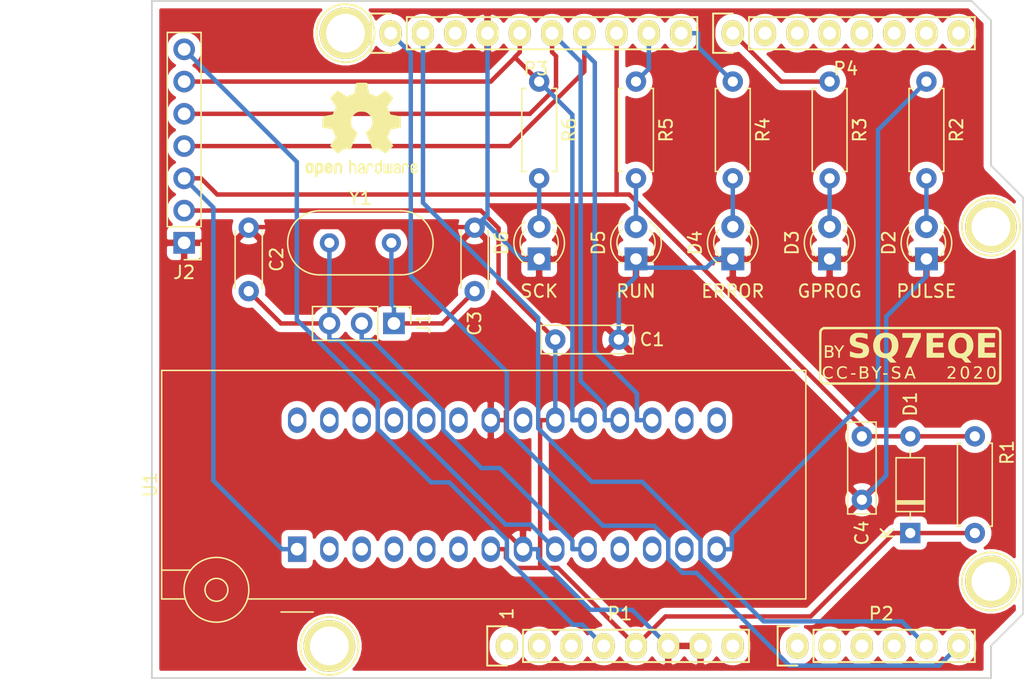
<source format=kicad_pcb>
(kicad_pcb (version 20171130) (host pcbnew 5.1.5+dfsg1-2build2)
  (title_block (title "PSmod1203 PCB") (date 2020-12-28) (rev 1.0) (company "MSc Paweł Sobótka") (comment 1 CC-BY-SA) (comment 2 "by SQ7EQE") (comment 3 "Arduino Uno ATmega328P programmer shield"))
  (layers (0 F.Cu signal) (31 B.Cu signal) (34 B.Paste user) (35 F.Paste user) (36 B.SilkS user) (37 F.SilkS user) (38 B.Mask user) (39 F.Mask user) (44 Edge.Cuts user))
  (net 0 "")
  (net 1 /IOREF)
  (net 2 /Reset)
  (net 3 +5V)
  (net 4 GND)
  (net 5 /Vin)
  (net 6 /A0)
  (net 7 /A1)
  (net 8 /A2)
  (net 9 /A3)
  (net 10 /AREF)
  (net 11 "/A4(SDA)")
  (net 12 "/A5(SCL)")
  (net 13 "/9(**)")
  (net 14 /8)
  (net 15 /7)
  (net 16 "/6(**)")
  (net 17 "/5(**)")
  (net 18 /4)
  (net 19 "/3(**)")
  (net 20 /2)
  (net 21 "/1(Tx)")
  (net 22 "/0(Rx)")
  (net 23 "Net-(P5-Pad1)")
  (net 24 "Net-(P6-Pad1)")
  (net 25 "Net-(P7-Pad1)")
  (net 26 "Net-(P8-Pad1)")
  (net 27 "/13(SCK)")
  (net 28 "Net-(P1-Pad1)")
  (net 29 +3V3)
  (net 30 "/12(MISO)")
  (net 31 /XTAL1)
  (net 32 "Net-(C3-Pad2)")
  (net 33 "/10(SS)")
  (net 34 "Net-(D2-Pad2)")
  (net 35 "Net-(D3-Pad2)")
  (net 36 "Net-(D4-Pad2)")
  (net 37 "Net-(D5-Pad2)")
  (net 38 "Net-(D6-Pad2)")
  (net 39 /XTAL2)
  (net 40 "/11(MOSI)")
  (net 41 /led0)
  (net 42 "Net-(U1-Pad15)")
  (net 43 "Net-(U1-Pad2)")
  (net 44 "Net-(U1-Pad16)")
  (net 45 "Net-(U1-Pad3)")
  (net 46 "Net-(U1-Pad4)")
  (net 47 "Net-(U1-Pad5)")
  (net 48 "Net-(U1-Pad6)")
  (net 49 "Net-(U1-Pad21)")
  (net 50 "Net-(U1-Pad23)")
  (net 51 "Net-(U1-Pad24)")
  (net 52 "Net-(U1-Pad11)")
  (net 53 "Net-(U1-Pad25)")
  (net 54 "Net-(U1-Pad12)")
  (net 55 "Net-(U1-Pad26)")
  (net 56 "Net-(U1-Pad13)")
  (net 57 "Net-(U1-Pad27)")
  (net 58 "Net-(U1-Pad28)")
  (module Symbol:OSHW-Logo2_9.8x8mm_SilkScreen (layer F.Cu) (at 127.508 83.185)
    (fp_text reference LOGO1 hide)
    (fp_text value Logo_Open_Hardware_Large hide)
  )
  (module logo-sq7eqe:cc-by-sa (layer F.Cu) (at 170.688 100.965)
    (fp_text reference G1 hide)
    (fp_text value CC-BY-SA hide)
  )
  (module Socket:DIP_Socket-28_W6.9_W7.62_W10.16_W12.7_W13.5_3M_228-4817-00-0602J (layer F.Cu) (at 122.428 116.205 90)
    (fp_text reference U1 (at 5.08 -11.56 90) (layer F.SilkS))
    (fp_text value ATmega328P-PU)
    (pad 15 thru_hole oval (at 10.16 33.02 90) (size 2 1.44) (drill 1) (layers *.Cu *.Mask) (net 42 "Net-(U1-Pad15)"))
    (pad 14 thru_hole oval (at 0 33.02 90) (size 2 1.44) (drill 1) (layers *.Cu *.Mask) (net 41 /led0))
    (pad 16 thru_hole oval (at 10.16 30.48 90) (size 2 1.44) (drill 1) (layers *.Cu *.Mask) (net 44 "Net-(U1-Pad16)"))
    (pad 13 thru_hole oval (at 0 30.48 90) (size 2 1.44) (drill 1) (layers *.Cu *.Mask) (net 56 "Net-(U1-Pad13)"))
    (pad 17 thru_hole oval (at 10.16 27.94 90) (size 2 1.44) (drill 1) (layers *.Cu *.Mask) (net 40 "/11(MOSI)"))
    (pad 12 thru_hole oval (at 0 27.94 90) (size 2 1.44) (drill 1) (layers *.Cu *.Mask) (net 54 "Net-(U1-Pad12)"))
    (pad 18 thru_hole oval (at 10.16 25.4 90) (size 2 1.44) (drill 1) (layers *.Cu *.Mask) (net 30 "/12(MISO)"))
    (pad 11 thru_hole oval (at 0 25.4 90) (size 2 1.44) (drill 1) (layers *.Cu *.Mask) (net 52 "Net-(U1-Pad11)"))
    (pad 19 thru_hole oval (at 10.16 22.86 90) (size 2 1.44) (drill 1) (layers *.Cu *.Mask) (net 27 "/13(SCK)"))
    (pad 10 thru_hole oval (at 0 22.86 90) (size 2 1.44) (drill 1) (layers *.Cu *.Mask) (net 39 /XTAL2))
    (pad 20 thru_hole oval (at 10.16 20.32 90) (size 2 1.44) (drill 1) (layers *.Cu *.Mask) (net 3 +5V))
    (pad 9 thru_hole oval (at 0 20.32 90) (size 2 1.44) (drill 1) (layers *.Cu *.Mask) (net 31 /XTAL1))
    (pad 21 thru_hole oval (at 10.16 17.78 90) (size 2 1.44) (drill 1) (layers *.Cu *.Mask) (net 49 "Net-(U1-Pad21)"))
    (pad 8 thru_hole oval (at 0 17.78 90) (size 2 1.44) (drill 1) (layers *.Cu *.Mask) (net 4 GND))
    (pad 22 thru_hole oval (at 10.16 15.24 90) (size 2 1.44) (drill 1) (layers *.Cu *.Mask) (net 4 GND))
    (pad 7 thru_hole oval (at 0 15.24 90) (size 2 1.44) (drill 1) (layers *.Cu *.Mask) (net 3 +5V))
    (pad 23 thru_hole oval (at 10.16 12.7 90) (size 2 1.44) (drill 1) (layers *.Cu *.Mask) (net 50 "Net-(U1-Pad23)"))
    (pad 6 thru_hole oval (at 0 12.7 90) (size 2 1.44) (drill 1) (layers *.Cu *.Mask) (net 48 "Net-(U1-Pad6)"))
    (pad 24 thru_hole oval (at 10.16 10.16 90) (size 2 1.44) (drill 1) (layers *.Cu *.Mask) (net 51 "Net-(U1-Pad24)"))
    (pad 5 thru_hole oval (at 0 10.16 90) (size 2 1.44) (drill 1) (layers *.Cu *.Mask) (net 47 "Net-(U1-Pad5)"))
    (pad 25 thru_hole oval (at 10.16 7.62 90) (size 2 1.44) (drill 1) (layers *.Cu *.Mask) (net 53 "Net-(U1-Pad25)"))
    (pad 4 thru_hole oval (at 0 7.62 90) (size 2 1.44) (drill 1) (layers *.Cu *.Mask) (net 46 "Net-(U1-Pad4)"))
    (pad 26 thru_hole oval (at 10.16 5.08 90) (size 2 1.44) (drill 1) (layers *.Cu *.Mask) (net 55 "Net-(U1-Pad26)"))
    (pad 3 thru_hole oval (at 0 5.08 90) (size 2 1.44) (drill 1) (layers *.Cu *.Mask) (net 45 "Net-(U1-Pad3)"))
    (pad 27 thru_hole oval (at 10.16 2.54 90) (size 2 1.44) (drill 1) (layers *.Cu *.Mask) (net 57 "Net-(U1-Pad27)"))
    (pad 2 thru_hole oval (at 0 2.54 90) (size 2 1.44) (drill 1) (layers *.Cu *.Mask) (net 43 "Net-(U1-Pad2)"))
    (pad 28 thru_hole oval (at 10.16 0 90) (size 2 1.44) (drill 1) (layers *.Cu *.Mask) (net 58 "Net-(U1-Pad28)"))
    (pad 1 thru_hole rect (at 0 0 90) (size 2 1.44) (drill 1) (layers *.Cu *.Mask) (net 33 "/10(SS)"))
  )
  (module Socket_Arduino_Uno:Socket_Strip_Arduino_1x08 (layer F.Cu) (at 138.938 123.825)
    (fp_text reference P1 (at 8.89 -2.54) (layer F.SilkS))
    (fp_text value Power)
    (pad 1 thru_hole oval (at 0 0) (size 1.7272 2.032) (drill 1.016) (layers *.Cu *.Mask F.SilkS) (net 28 "Net-(P1-Pad1)"))
    (pad 2 thru_hole oval (at 2.54 0) (size 1.7272 2.032) (drill 1.016) (layers *.Cu *.Mask F.SilkS) (net 1 /IOREF))
    (pad 3 thru_hole oval (at 5.08 0) (size 1.7272 2.032) (drill 1.016) (layers *.Cu *.Mask F.SilkS) (net 2 /Reset))
    (pad 4 thru_hole oval (at 7.62 0) (size 1.7272 2.032) (drill 1.016) (layers *.Cu *.Mask F.SilkS) (net 29 +3V3))
    (pad 5 thru_hole oval (at 10.16 0) (size 1.7272 2.032) (drill 1.016) (layers *.Cu *.Mask F.SilkS) (net 3 +5V))
    (pad 6 thru_hole oval (at 12.7 0) (size 1.7272 2.032) (drill 1.016) (layers *.Cu *.Mask F.SilkS) (net 4 GND))
    (pad 7 thru_hole oval (at 15.24 0) (size 1.7272 2.032) (drill 1.016) (layers *.Cu *.Mask F.SilkS) (net 4 GND))
    (pad 8 thru_hole oval (at 17.78 0) (size 1.7272 2.032) (drill 1.016) (layers *.Cu *.Mask F.SilkS) (net 5 /Vin))
  )
  (module Socket_Arduino_Uno:Socket_Strip_Arduino_1x06 (layer F.Cu) (at 161.798 123.825)
    (fp_text reference P2 (at 6.604 -2.54) (layer F.SilkS))
    (fp_text value Analog)
    (pad 1 thru_hole oval (at 0 0) (size 1.7272 2.032) (drill 1.016) (layers *.Cu *.Mask F.SilkS) (net 6 /A0))
    (pad 2 thru_hole oval (at 2.54 0) (size 1.7272 2.032) (drill 1.016) (layers *.Cu *.Mask F.SilkS) (net 7 /A1))
    (pad 3 thru_hole oval (at 5.08 0) (size 1.7272 2.032) (drill 1.016) (layers *.Cu *.Mask F.SilkS) (net 8 /A2))
    (pad 4 thru_hole oval (at 7.62 0) (size 1.7272 2.032) (drill 1.016) (layers *.Cu *.Mask F.SilkS) (net 9 /A3))
    (pad 5 thru_hole oval (at 10.16 0) (size 1.7272 2.032) (drill 1.016) (layers *.Cu *.Mask F.SilkS) (net 11 "/A4(SDA)"))
    (pad 6 thru_hole oval (at 12.7 0) (size 1.7272 2.032) (drill 1.016) (layers *.Cu *.Mask F.SilkS) (net 12 "/A5(SCL)"))
  )
  (module Socket_Arduino_Uno:Socket_Strip_Arduino_1x10 (layer F.Cu) (at 129.794 75.565)
    (fp_text reference P3 (at 11.43 2.794) (layer F.SilkS))
    (fp_text value Digital)
    (pad 1 thru_hole oval (at 0 0) (size 1.7272 2.032) (drill 1.016) (layers *.Cu *.Mask F.SilkS) (net 12 "/A5(SCL)"))
    (pad 2 thru_hole oval (at 2.54 0) (size 1.7272 2.032) (drill 1.016) (layers *.Cu *.Mask F.SilkS) (net 11 "/A4(SDA)"))
    (pad 3 thru_hole oval (at 5.08 0) (size 1.7272 2.032) (drill 1.016) (layers *.Cu *.Mask F.SilkS) (net 10 /AREF))
    (pad 4 thru_hole oval (at 7.62 0) (size 1.7272 2.032) (drill 1.016) (layers *.Cu *.Mask F.SilkS) (net 4 GND))
    (pad 5 thru_hole oval (at 10.16 0) (size 1.7272 2.032) (drill 1.016) (layers *.Cu *.Mask F.SilkS) (net 27 "/13(SCK)"))
    (pad 6 thru_hole oval (at 12.7 0) (size 1.7272 2.032) (drill 1.016) (layers *.Cu *.Mask F.SilkS) (net 30 "/12(MISO)"))
    (pad 7 thru_hole oval (at 15.24 0) (size 1.7272 2.032) (drill 1.016) (layers *.Cu *.Mask F.SilkS) (net 40 "/11(MOSI)"))
    (pad 8 thru_hole oval (at 17.78 0) (size 1.7272 2.032) (drill 1.016) (layers *.Cu *.Mask F.SilkS) (net 33 "/10(SS)"))
    (pad 9 thru_hole oval (at 20.32 0) (size 1.7272 2.032) (drill 1.016) (layers *.Cu *.Mask F.SilkS) (net 13 "/9(**)"))
    (pad 10 thru_hole oval (at 22.86 0) (size 1.7272 2.032) (drill 1.016) (layers *.Cu *.Mask F.SilkS) (net 14 /8))
  )
  (module Socket_Arduino_Uno:Socket_Strip_Arduino_1x08 (layer F.Cu) (at 156.718 75.565)
    (fp_text reference P4 (at 8.89 2.794) (layer F.SilkS))
    (fp_text value Digital)
    (pad 1 thru_hole oval (at 0 0) (size 1.7272 2.032) (drill 1.016) (layers *.Cu *.Mask F.SilkS) (net 15 /7))
    (pad 2 thru_hole oval (at 2.54 0) (size 1.7272 2.032) (drill 1.016) (layers *.Cu *.Mask F.SilkS) (net 16 "/6(**)"))
    (pad 3 thru_hole oval (at 5.08 0) (size 1.7272 2.032) (drill 1.016) (layers *.Cu *.Mask F.SilkS) (net 17 "/5(**)"))
    (pad 4 thru_hole oval (at 7.62 0) (size 1.7272 2.032) (drill 1.016) (layers *.Cu *.Mask F.SilkS) (net 18 /4))
    (pad 5 thru_hole oval (at 10.16 0) (size 1.7272 2.032) (drill 1.016) (layers *.Cu *.Mask F.SilkS) (net 19 "/3(**)"))
    (pad 6 thru_hole oval (at 12.7 0) (size 1.7272 2.032) (drill 1.016) (layers *.Cu *.Mask F.SilkS) (net 20 /2))
    (pad 7 thru_hole oval (at 15.24 0) (size 1.7272 2.032) (drill 1.016) (layers *.Cu *.Mask F.SilkS) (net 21 "/1(Tx)"))
    (pad 8 thru_hole oval (at 17.78 0) (size 1.7272 2.032) (drill 1.016) (layers *.Cu *.Mask F.SilkS) (net 22 "/0(Rx)"))
  )
  (module Socket_Arduino_Uno:Arduino_1pin (layer F.Cu) (at 124.968 123.825)
    (fp_text reference P5 hide)
    (fp_text value CONN_01X01 hide)
    (pad 1 thru_hole circle (at 0 0) (size 4.064 4.064) (drill 3.048) (layers *.Cu *.Mask F.SilkS) (net 23 "Net-(P5-Pad1)"))
  )
  (module Socket_Arduino_Uno:Arduino_1pin (layer F.Cu) (at 177.038 118.745)
    (fp_text reference P6 hide)
    (fp_text value CONN_01X01 hide)
    (pad 1 thru_hole circle (at 0 0) (size 4.064 4.064) (drill 3.048) (layers *.Cu *.Mask F.SilkS) (net 24 "Net-(P6-Pad1)"))
  )
  (module Socket_Arduino_Uno:Arduino_1pin (layer F.Cu) (at 126.238 75.565)
    (fp_text reference P7 hide)
    (fp_text value CONN_01X01 hide)
    (pad 1 thru_hole circle (at 0 0) (size 4.064 4.064) (drill 3.048) (layers *.Cu *.Mask F.SilkS) (net 25 "Net-(P7-Pad1)"))
  )
  (module Socket_Arduino_Uno:Arduino_1pin (layer F.Cu) (at 177.038 90.805)
    (fp_text reference P8 hide)
    (fp_text value CONN_01X01 hide)
    (pad 1 thru_hole circle (at 0 0) (size 4.064 4.064) (drill 3.048) (layers *.Cu *.Mask F.SilkS) (net 26 "Net-(P8-Pad1)"))
  )
  (module Capacitor_THT:C_Rect_L7.0mm_W2.0mm_P5.00mm (layer F.Cu) (at 147.748 99.695 180)
    (fp_text reference C1 (at -2.62 0) (layer F.SilkS))
    (fp_text value 100n)
    (pad 2 thru_hole circle (at 5 0 180) (size 1.6 1.6) (drill 0.8) (layers *.Cu *.Mask) (net 3 +5V))
    (pad 1 thru_hole circle (at 0 0 180) (size 1.6 1.6) (drill 0.8) (layers *.Cu *.Mask) (net 4 GND))
  )
  (module Capacitor_THT:C_Disc_D4.3mm_W1.9mm_P5.00mm (layer F.Cu) (at 118.618 90.885 270)
    (fp_text reference C2 (at 2.5 -2.2 90) (layer F.SilkS))
    (fp_text value 22p)
    (pad 1 thru_hole circle (at 0 0 270) (size 1.6 1.6) (drill 0.8) (layers *.Cu *.Mask) (net 4 GND))
    (pad 2 thru_hole circle (at 5 0 270) (size 1.6 1.6) (drill 0.8) (layers *.Cu *.Mask) (net 31 /XTAL1))
  )
  (module Capacitor_THT:C_Disc_D4.3mm_W1.9mm_P5.00mm (layer F.Cu) (at 136.398 90.885 270)
    (fp_text reference C3 (at 7.54 0 90) (layer F.SilkS))
    (fp_text value 22p)
    (pad 2 thru_hole circle (at 5 0 270) (size 1.6 1.6) (drill 0.8) (layers *.Cu *.Mask) (net 32 "Net-(C3-Pad2)"))
    (pad 1 thru_hole circle (at 0 0 270) (size 1.6 1.6) (drill 0.8) (layers *.Cu *.Mask) (net 4 GND))
  )
  (module Capacitor_THT:C_Rect_L7.0mm_W2.0mm_P5.00mm (layer F.Cu) (at 166.878 107.315 270)
    (fp_text reference C4 (at 7.62 0 90) (layer F.SilkS))
    (fp_text value 100n)
    (pad 1 thru_hole circle (at 0 0 270) (size 1.6 1.6) (drill 0.8) (layers *.Cu *.Mask) (net 33 "/10(SS)"))
    (pad 2 thru_hole circle (at 5 0 270) (size 1.6 1.6) (drill 0.8) (layers *.Cu *.Mask) (net 4 GND))
  )
  (module Diode_THT:D_DO-35_SOD27_P7.62mm_Horizontal (layer F.Cu) (at 170.688 114.935 90)
    (fp_text reference D1 (at 10.16 0 90) (layer F.SilkS))
    (fp_text value 1N4148)
    (fp_text user K (at 0 -1.8 90) (layer F.SilkS))
    (pad 1 thru_hole rect (at 0 0 90) (size 1.6 1.6) (drill 0.8) (layers *.Cu *.Mask) (net 3 +5V))
    (pad 2 thru_hole oval (at 7.62 0 90) (size 1.6 1.6) (drill 0.8) (layers *.Cu *.Mask) (net 33 "/10(SS)"))
  )
  (module LED_THT:LED_D3.0mm (layer F.Cu) (at 171.958 93.345 90)
    (fp_text reference D2 (at 1.27 -2.96 90) (layer F.SilkS))
    (fp_text value PULSE (at -2.54 0 180) (layer F.SilkS))
    (pad 2 thru_hole circle (at 2.54 0 90) (size 1.8 1.8) (drill 0.9) (layers *.Cu *.Mask) (net 34 "Net-(D2-Pad2)"))
    (pad 1 thru_hole rect (at 0 0 90) (size 1.8 1.8) (drill 0.9) (layers *.Cu *.Mask) (net 4 GND))
  )
  (module LED_THT:LED_D3.0mm (layer F.Cu) (at 164.338 93.345 90)
    (fp_text reference D3 (at 1.27 -2.96 90) (layer F.SilkS))
    (fp_text value GPROG (at -2.54 0 180) (layer F.SilkS))
    (pad 1 thru_hole rect (at 0 0 90) (size 1.8 1.8) (drill 0.9) (layers *.Cu *.Mask) (net 4 GND))
    (pad 2 thru_hole circle (at 2.54 0 90) (size 1.8 1.8) (drill 0.9) (layers *.Cu *.Mask) (net 35 "Net-(D3-Pad2)"))
  )
  (module LED_THT:LED_D3.0mm (layer F.Cu) (at 156.718 93.345 90)
    (fp_text reference D4 (at 1.27 -2.96 90) (layer F.SilkS))
    (fp_text value ERROR (at -2.54 0 180) (layer F.SilkS))
    (pad 1 thru_hole rect (at 0 0 90) (size 1.8 1.8) (drill 0.9) (layers *.Cu *.Mask) (net 4 GND))
    (pad 2 thru_hole circle (at 2.54 0 90) (size 1.8 1.8) (drill 0.9) (layers *.Cu *.Mask) (net 36 "Net-(D4-Pad2)"))
  )
  (module LED_THT:LED_D3.0mm (layer F.Cu) (at 149.098 93.345 90)
    (fp_text reference D5 (at 1.27 -2.96 90) (layer F.SilkS))
    (fp_text value RUN (at -2.54 0 180) (layer F.SilkS))
    (pad 2 thru_hole circle (at 2.54 0 90) (size 1.8 1.8) (drill 0.9) (layers *.Cu *.Mask) (net 37 "Net-(D5-Pad2)"))
    (pad 1 thru_hole rect (at 0 0 90) (size 1.8 1.8) (drill 0.9) (layers *.Cu *.Mask) (net 4 GND))
  )
  (module LED_THT:LED_D3.0mm (layer F.Cu) (at 141.478 93.345 90)
    (fp_text reference D6 (at 1.27 -2.96 90) (layer F.SilkS))
    (fp_text value SCK (at -2.54 0 180) (layer F.SilkS))
    (pad 1 thru_hole rect (at 0 0 90) (size 1.8 1.8) (drill 0.9) (layers *.Cu *.Mask) (net 4 GND))
    (pad 2 thru_hole circle (at 2.54 0 90) (size 1.8 1.8) (drill 0.9) (layers *.Cu *.Mask) (net 38 "Net-(D6-Pad2)"))
  )
  (module Connector_PinHeader_2.54mm:PinHeader_1x03_P2.54mm_Vertical (layer F.Cu) (at 130.048 98.425 270)
    (fp_text reference J1 (at 0 -2.33 90) (layer F.SilkS))
    (fp_text value H2)
    (pad 1 thru_hole rect (at 0 0 270) (size 1.7 1.7) (drill 1) (layers *.Cu *.Mask) (net 32 "Net-(C3-Pad2)"))
    (pad 2 thru_hole oval (at 0 2.54 270) (size 1.7 1.7) (drill 1) (layers *.Cu *.Mask) (net 39 /XTAL2))
    (pad 3 thru_hole oval (at 0 5.08 270) (size 1.7 1.7) (drill 1) (layers *.Cu *.Mask) (net 31 /XTAL1))
  )
  (module Connector_PinHeader_2.54mm:PinHeader_1x07_P2.54mm_Vertical (layer F.Cu) (at 113.538 92.075 180)
    (fp_text reference J2 (at 0 -2.33) (layer F.SilkS))
    (fp_text value H3)
    (pad 1 thru_hole rect (at 0 0 180) (size 1.7 1.7) (drill 1) (layers *.Cu *.Mask) (net 4 GND))
    (pad 2 thru_hole oval (at 0 2.54 180) (size 1.7 1.7) (drill 1) (layers *.Cu *.Mask) (net 3 +5V))
    (pad 3 thru_hole oval (at 0 5.08 180) (size 1.7 1.7) (drill 1) (layers *.Cu *.Mask) (net 33 "/10(SS)"))
    (pad 4 thru_hole oval (at 0 7.62 180) (size 1.7 1.7) (drill 1) (layers *.Cu *.Mask) (net 40 "/11(MOSI)"))
    (pad 5 thru_hole oval (at 0 10.16 180) (size 1.7 1.7) (drill 1) (layers *.Cu *.Mask) (net 30 "/12(MISO)"))
    (pad 6 thru_hole oval (at 0 12.7 180) (size 1.7 1.7) (drill 1) (layers *.Cu *.Mask) (net 27 "/13(SCK)"))
    (pad 7 thru_hole oval (at 0 15.24 180) (size 1.7 1.7) (drill 1) (layers *.Cu *.Mask) (net 29 +3V3))
  )
  (module Resistor_THT:R_Axial_DIN0207_L6.3mm_D2.5mm_P7.62mm_Horizontal (layer F.Cu) (at 175.768 114.935 90)
    (fp_text reference R1 (at 6.35 2.54 90) (layer F.SilkS))
    (fp_text value 10k)
    (pad 2 thru_hole oval (at 7.62 0 90) (size 1.6 1.6) (drill 0.8) (layers *.Cu *.Mask) (net 33 "/10(SS)"))
    (pad 1 thru_hole circle (at 0 0 90) (size 1.6 1.6) (drill 0.8) (layers *.Cu *.Mask) (net 3 +5V))
  )
  (module Resistor_THT:R_Axial_DIN0207_L6.3mm_D2.5mm_P7.62mm_Horizontal (layer F.Cu) (at 171.958 79.375 270)
    (fp_text reference R2 (at 3.81 -2.37 90) (layer F.SilkS))
    (fp_text value 470R)
    (pad 1 thru_hole circle (at 0 0 270) (size 1.6 1.6) (drill 0.8) (layers *.Cu *.Mask) (net 41 /led0))
    (pad 2 thru_hole oval (at 7.62 0 270) (size 1.6 1.6) (drill 0.8) (layers *.Cu *.Mask) (net 34 "Net-(D2-Pad2)"))
  )
  (module Resistor_THT:R_Axial_DIN0207_L6.3mm_D2.5mm_P7.62mm_Horizontal (layer F.Cu) (at 164.338 79.375 270)
    (fp_text reference R3 (at 3.81 -2.37 90) (layer F.SilkS))
    (fp_text value 470R)
    (pad 2 thru_hole oval (at 7.62 0 270) (size 1.6 1.6) (drill 0.8) (layers *.Cu *.Mask) (net 35 "Net-(D3-Pad2)"))
    (pad 1 thru_hole circle (at 0 0 270) (size 1.6 1.6) (drill 0.8) (layers *.Cu *.Mask) (net 15 /7))
  )
  (module Resistor_THT:R_Axial_DIN0207_L6.3mm_D2.5mm_P7.62mm_Horizontal (layer F.Cu) (at 156.718 79.375 270)
    (fp_text reference R4 (at 3.81 -2.37 90) (layer F.SilkS))
    (fp_text value 470R)
    (pad 1 thru_hole circle (at 0 0 270) (size 1.6 1.6) (drill 0.8) (layers *.Cu *.Mask) (net 14 /8))
    (pad 2 thru_hole oval (at 7.62 0 270) (size 1.6 1.6) (drill 0.8) (layers *.Cu *.Mask) (net 36 "Net-(D4-Pad2)"))
  )
  (module Resistor_THT:R_Axial_DIN0207_L6.3mm_D2.5mm_P7.62mm_Horizontal (layer F.Cu) (at 149.098 79.375 270)
    (fp_text reference R5 (at 3.81 -2.37 90) (layer F.SilkS))
    (fp_text value 470R)
    (pad 2 thru_hole oval (at 7.62 0 270) (size 1.6 1.6) (drill 0.8) (layers *.Cu *.Mask) (net 37 "Net-(D5-Pad2)"))
    (pad 1 thru_hole circle (at 0 0 270) (size 1.6 1.6) (drill 0.8) (layers *.Cu *.Mask) (net 13 "/9(**)"))
  )
  (module Resistor_THT:R_Axial_DIN0207_L6.3mm_D2.5mm_P7.62mm_Horizontal (layer F.Cu) (at 141.478 79.375 270)
    (fp_text reference R6 (at 3.81 -2.37 90) (layer F.SilkS))
    (fp_text value 470R)
    (pad 1 thru_hole circle (at 0 0 270) (size 1.6 1.6) (drill 0.8) (layers *.Cu *.Mask) (net 27 "/13(SCK)"))
    (pad 2 thru_hole oval (at 7.62 0 270) (size 1.6 1.6) (drill 0.8) (layers *.Cu *.Mask) (net 38 "Net-(D6-Pad2)"))
  )
  (module Crystal:Crystal_HC49-4H_Vertical (layer F.Cu) (at 124.968 92.075)
    (fp_text reference Y1 (at 2.44 -3.525) (layer F.SilkS))
    (fp_text value 16MHz)
    (pad 1 thru_hole circle (at 0 0) (size 1.5 1.5) (drill 0.8) (layers *.Cu *.Mask) (net 31 /XTAL1))
    (pad 2 thru_hole circle (at 4.88 0) (size 1.5 1.5) (drill 0.8) (layers *.Cu *.Mask) (net 32 "Net-(C3-Pad2)"))
  )
  (gr_text 1 (at 138.938 121.285 90) (layer F.SilkS) (effects (font (size 1 1))))
  (gr_line (start 177.038 74.549) (end 175.514 73.025) (angle 90) (layer Edge.Cuts) (width 0.15))
  (gr_line (start 177.038 85.979) (end 177.038 74.549) (angle 90) (layer Edge.Cuts) (width 0.15))
  (gr_line (start 179.578 88.519) (end 177.038 85.979) (angle 90) (layer Edge.Cuts) (width 0.15))
  (gr_line (start 179.578 121.285) (end 179.578 88.519) (angle 90) (layer Edge.Cuts) (width 0.15))
  (gr_line (start 177.038 123.825) (end 179.578 121.285) (angle 90) (layer Edge.Cuts) (width 0.15))
  (gr_line (start 177.038 126.365) (end 177.038 123.825) (angle 90) (layer Edge.Cuts) (width 0.15))
  (gr_line (start 110.998 126.365) (end 177.038 126.365) (angle 90) (layer Edge.Cuts) (width 0.15))
  (gr_line (start 110.998 73.025) (end 110.998 126.365) (angle 90) (layer Edge.Cuts) (width 0.15))
  (gr_line (start 175.514 73.025) (end 110.998 73.025) (angle 90) (layer Edge.Cuts) (width 0.15))
  (segment (start 141.5527 117.6804) (end 142.9534 117.6804) (width 0.35) (layer F.Cu) (net 3))
  (segment (start 142.9534 117.6804) (end 149.098 123.825) (width 0.35) (layer F.Cu) (net 3))
  (segment (start 138.8633 116.205) (end 138.8633 116.8834) (width 0.35) (layer F.Cu) (net 3))
  (segment (start 138.8633 116.8834) (end 139.6603 117.6804) (width 0.35) (layer F.Cu) (net 3))
  (segment (start 139.6603 117.6804) (end 141.5527 117.6804) (width 0.35) (layer F.Cu) (net 3))
  (segment (start 141.5527 106.045) (end 141.5527 117.6804) (width 0.35) (layer F.Cu) (net 3))
  (segment (start 169.4127 114.935) (end 162.8428 121.5049) (width 0.35) (layer F.Cu) (net 3))
  (segment (start 162.8428 121.5049) (end 151.4181 121.5049) (width 0.35) (layer F.Cu) (net 3))
  (segment (start 151.4181 121.5049) (end 149.098 123.825) (width 0.35) (layer F.Cu) (net 3))
  (segment (start 170.688 114.935) (end 169.4127 114.935) (width 0.35) (layer F.Cu) (net 3))
  (segment (start 175.768 114.935) (end 170.688 114.935) (width 0.35) (layer F.Cu) (net 3))
  (segment (start 142.748 106.045) (end 141.5527 106.045) (width 0.35) (layer F.Cu) (net 3))
  (segment (start 137.668 116.205) (end 138.8633 116.205) (width 0.35) (layer F.Cu) (net 3))
  (segment (start 142.748 99.695) (end 138.2841 95.2311) (width 0.35) (layer F.Cu) (net 3))
  (segment (start 138.2841 95.2311) (end 138.2841 90.9271) (width 0.35) (layer F.Cu) (net 3))
  (segment (start 138.2841 90.9271) (end 136.892 89.535) (width 0.35) (layer F.Cu) (net 3))
  (segment (start 136.892 89.535) (end 113.538 89.535) (width 0.35) (layer F.Cu) (net 3))
  (segment (start 142.748 99.695) (end 142.748 106.045) (width 0.35) (layer B.Cu) (net 3))
  (segment (start 156.718 93.345) (end 155.3427 93.345) (width 0.35) (layer B.Cu) (net 4))
  (segment (start 149.098 94.0326) (end 154.6551 94.0326) (width 0.35) (layer B.Cu) (net 4))
  (segment (start 154.6551 94.0326) (end 155.3427 93.345) (width 0.35) (layer B.Cu) (net 4))
  (segment (start 149.098 94.0326) (end 149.098 94.7203) (width 0.35) (layer B.Cu) (net 4))
  (segment (start 149.098 93.345) (end 149.098 94.0326) (width 0.35) (layer B.Cu) (net 4))
  (segment (start 140.208 116.205) (end 138.8633 114.8603) (width 0.35) (layer F.Cu) (net 4))
  (segment (start 138.8633 114.8603) (end 138.8633 106.045) (width 0.35) (layer F.Cu) (net 4))
  (segment (start 137.668 106.045) (end 138.8633 106.045) (width 0.35) (layer F.Cu) (net 4))
  (segment (start 147.748 99.695) (end 143.2885 104.1545) (width 0.35) (layer F.Cu) (net 4))
  (segment (start 143.2885 104.1545) (end 140.0754 104.1545) (width 0.35) (layer F.Cu) (net 4))
  (segment (start 140.0754 104.1545) (end 138.8633 105.3666) (width 0.35) (layer F.Cu) (net 4))
  (segment (start 138.8633 105.3666) (end 138.8633 106.045) (width 0.35) (layer F.Cu) (net 4))
  (segment (start 140.208 116.205) (end 141.4033 116.205) (width 0.35) (layer B.Cu) (net 4))
  (segment (start 141.4033 116.205) (end 141.4033 116.8774) (width 0.35) (layer B.Cu) (net 4))
  (segment (start 141.4033 116.8774) (end 145.5038 120.9779) (width 0.35) (layer B.Cu) (net 4))
  (segment (start 145.5038 120.9779) (end 148.7909 120.9779) (width 0.35) (layer B.Cu) (net 4))
  (segment (start 148.7909 120.9779) (end 151.638 123.825) (width 0.35) (layer B.Cu) (net 4))
  (segment (start 137.0204 90.2626) (end 136.398 90.885) (width 0.35) (layer B.Cu) (net 4))
  (segment (start 137.414 75.565) (end 137.414 89.869) (width 0.35) (layer B.Cu) (net 4))
  (segment (start 137.414 89.869) (end 137.0204 90.2626) (width 0.35) (layer B.Cu) (net 4))
  (segment (start 137.0204 90.2626) (end 140.1027 93.345) (width 0.35) (layer B.Cu) (net 4))
  (segment (start 141.478 93.345) (end 140.1027 93.345) (width 0.35) (layer B.Cu) (net 4))
  (segment (start 149.098 94.7203) (end 147.748 96.0703) (width 0.35) (layer B.Cu) (net 4))
  (segment (start 147.748 96.0703) (end 147.748 99.695) (width 0.35) (layer B.Cu) (net 4))
  (segment (start 154.178 123.825) (end 151.638 123.825) (width 0.35) (layer F.Cu) (net 4))
  (segment (start 118.618 90.885) (end 118.6703 90.8327) (width 0.35) (layer F.Cu) (net 4))
  (segment (start 118.6703 90.8327) (end 136.3457 90.8327) (width 0.35) (layer F.Cu) (net 4))
  (segment (start 136.3457 90.8327) (end 136.398 90.885) (width 0.35) (layer F.Cu) (net 4))
  (segment (start 113.538 92.075) (end 117.428 92.075) (width 0.35) (layer F.Cu) (net 4))
  (segment (start 117.428 92.075) (end 118.618 90.885) (width 0.35) (layer F.Cu) (net 4))
  (segment (start 141.478 93.345) (end 149.098 93.345) (width 0.35) (layer F.Cu) (net 4))
  (segment (start 171.958 93.345) (end 171.958 94.7203) (width 0.35) (layer B.Cu) (net 4))
  (segment (start 166.878 112.315) (end 168.7984 110.3946) (width 0.35) (layer B.Cu) (net 4))
  (segment (start 168.7984 110.3946) (end 168.7984 97.8799) (width 0.35) (layer B.Cu) (net 4))
  (segment (start 168.7984 97.8799) (end 171.958 94.7203) (width 0.35) (layer B.Cu) (net 4))
  (segment (start 171.958 93.345) (end 164.338 93.345) (width 0.35) (layer F.Cu) (net 4))
  (segment (start 164.338 93.345) (end 156.718 93.345) (width 0.35) (layer F.Cu) (net 4))
  (segment (start 171.958 123.825) (end 170.0224 121.8894) (width 0.35) (layer B.Cu) (net 11))
  (segment (start 170.0224 121.8894) (end 159.1354 121.8894) (width 0.35) (layer B.Cu) (net 11))
  (segment (start 159.1354 121.8894) (end 154.178 116.932) (width 0.35) (layer B.Cu) (net 11))
  (segment (start 154.178 116.932) (end 154.178 115.483) (width 0.35) (layer B.Cu) (net 11))
  (segment (start 154.178 115.483) (end 149.59 110.895) (width 0.35) (layer B.Cu) (net 11))
  (segment (start 149.59 110.895) (end 145.6145 110.895) (width 0.35) (layer B.Cu) (net 11))
  (segment (start 145.6145 110.895) (end 141.4034 106.6839) (width 0.35) (layer B.Cu) (net 11))
  (segment (start 141.4034 106.6839) (end 141.4034 97.9905) (width 0.35) (layer B.Cu) (net 11))
  (segment (start 141.4034 97.9905) (end 132.334 88.9211) (width 0.35) (layer B.Cu) (net 11))
  (segment (start 132.334 88.9211) (end 132.334 75.565) (width 0.35) (layer B.Cu) (net 11))
  (segment (start 129.794 75.565) (end 131.3734 77.1444) (width 0.35) (layer B.Cu) (net 12))
  (segment (start 131.3734 77.1444) (end 131.3734 94.6863) (width 0.35) (layer B.Cu) (net 12))
  (segment (start 131.3734 94.6863) (end 138.938 102.2509) (width 0.35) (layer B.Cu) (net 12))
  (segment (start 138.938 102.2509) (end 138.938 106.8038) (width 0.35) (layer B.Cu) (net 12))
  (segment (start 138.938 106.8038) (end 146.4925 114.3583) (width 0.35) (layer B.Cu) (net 12))
  (segment (start 146.4925 114.3583) (end 150.5191 114.3583) (width 0.35) (layer B.Cu) (net 12))
  (segment (start 150.5191 114.3583) (end 151.638 115.4772) (width 0.35) (layer B.Cu) (net 12))
  (segment (start 151.638 115.4772) (end 151.638 116.9443) (width 0.35) (layer B.Cu) (net 12))
  (segment (start 151.638 116.9443) (end 152.7659 118.0722) (width 0.35) (layer B.Cu) (net 12))
  (segment (start 152.7659 118.0722) (end 153.8654 118.0722) (width 0.35) (layer B.Cu) (net 12))
  (segment (start 153.8654 118.0722) (end 161.1708 125.3776) (width 0.35) (layer B.Cu) (net 12))
  (segment (start 161.1708 125.3776) (end 172.9454 125.3776) (width 0.35) (layer B.Cu) (net 12))
  (segment (start 172.9454 125.3776) (end 174.498 123.825) (width 0.35) (layer B.Cu) (net 12))
  (segment (start 149.098 79.375) (end 150.114 78.359) (width 0.35) (layer B.Cu) (net 13))
  (segment (start 150.114 78.359) (end 150.114 75.565) (width 0.35) (layer B.Cu) (net 13))
  (segment (start 152.654 75.565) (end 153.9929 75.565) (width 0.35) (layer B.Cu) (net 14))
  (segment (start 156.718 79.375) (end 153.9929 76.6499) (width 0.35) (layer B.Cu) (net 14))
  (segment (start 153.9929 76.6499) (end 153.9929 75.565) (width 0.35) (layer B.Cu) (net 14))
  (segment (start 164.338 79.375) (end 160.528 79.375) (width 0.35) (layer F.Cu) (net 15))
  (segment (start 160.528 79.375) (end 156.718 75.565) (width 0.35) (layer F.Cu) (net 15))
  (segment (start 141.478 79.375) (end 144.0927 81.9897) (width 0.35) (layer B.Cu) (net 27))
  (segment (start 144.0927 81.9897) (end 144.0927 106.045) (width 0.35) (layer B.Cu) (net 27))
  (segment (start 145.288 106.045) (end 144.0927 106.045) (width 0.35) (layer B.Cu) (net 27))
  (segment (start 139.954 75.565) (end 139.954 77.0563) (width 0.35) (layer F.Cu) (net 27))
  (segment (start 139.573 77.47) (end 141.478 79.375) (width 0.35) (layer F.Cu) (net 27))
  (segment (start 113.538 79.375) (end 137.668 79.375) (width 0.35) (layer F.Cu) (net 27))
  (segment (start 137.668 79.375) (end 139.573 77.47) (width 0.35) (layer F.Cu) (net 27))
  (segment (start 139.573 77.47) (end 139.573 77.4373) (width 0.35) (layer F.Cu) (net 27))
  (segment (start 139.573 77.4373) (end 139.954 77.0563) (width 0.35) (layer F.Cu) (net 27))
  (segment (start 113.538 76.835) (end 122.4043 85.7013) (width 0.35) (layer B.Cu) (net 29))
  (segment (start 122.4043 85.7013) (end 122.4043 98.1243) (width 0.35) (layer B.Cu) (net 29))
  (segment (start 122.4043 98.1243) (end 128.778 104.498) (width 0.35) (layer B.Cu) (net 29))
  (segment (start 128.778 104.498) (end 128.778 106.7495) (width 0.35) (layer B.Cu) (net 29))
  (segment (start 128.778 106.7495) (end 132.9684 110.9399) (width 0.35) (layer B.Cu) (net 29))
  (segment (start 132.9684 110.9399) (end 134.3973 110.9399) (width 0.35) (layer B.Cu) (net 29))
  (segment (start 134.3973 110.9399) (end 138.938 115.4806) (width 0.35) (layer B.Cu) (net 29))
  (segment (start 138.938 115.4806) (end 138.938 116.9445) (width 0.35) (layer B.Cu) (net 29))
  (segment (start 138.938 116.9445) (end 144.1542 122.1607) (width 0.35) (layer B.Cu) (net 29))
  (segment (start 144.1542 122.1607) (end 144.8937 122.1607) (width 0.35) (layer B.Cu) (net 29))
  (segment (start 144.8937 122.1607) (end 146.558 123.825) (width 0.35) (layer B.Cu) (net 29))
  (segment (start 147.828 106.045) (end 146.6327 106.045) (width 0.35) (layer B.Cu) (net 30))
  (segment (start 142.494 75.565) (end 144.7431 77.8141) (width 0.35) (layer B.Cu) (net 30))
  (segment (start 144.7431 77.8141) (end 144.7431 102.9601) (width 0.35) (layer B.Cu) (net 30))
  (segment (start 144.7431 102.9601) (end 146.6327 104.8497) (width 0.35) (layer B.Cu) (net 30))
  (segment (start 146.6327 104.8497) (end 146.6327 106.045) (width 0.35) (layer B.Cu) (net 30))
  (segment (start 142.494 77.0563) (end 142.8031 77.3654) (width 0.35) (layer F.Cu) (net 30))
  (segment (start 142.8031 77.3654) (end 142.8031 79.8539) (width 0.35) (layer F.Cu) (net 30))
  (segment (start 142.8031 79.8539) (end 140.742 81.915) (width 0.35) (layer F.Cu) (net 30))
  (segment (start 140.742 81.915) (end 113.538 81.915) (width 0.35) (layer F.Cu) (net 30))
  (segment (start 142.494 75.565) (end 142.494 77.0563) (width 0.35) (layer F.Cu) (net 30))
  (segment (start 124.968 98.425) (end 124.968 99.7503) (width 0.35) (layer B.Cu) (net 31))
  (segment (start 124.968 99.7503) (end 125.7963 99.7503) (width 0.35) (layer B.Cu) (net 31))
  (segment (start 125.7963 99.7503) (end 131.318 105.272) (width 0.35) (layer B.Cu) (net 31))
  (segment (start 131.318 105.272) (end 131.318 106.7475) (width 0.35) (layer B.Cu) (net 31))
  (segment (start 131.318 106.7475) (end 138.8387 114.2682) (width 0.35) (layer B.Cu) (net 31))
  (segment (start 138.8387 114.2682) (end 140.8112 114.2682) (width 0.35) (layer B.Cu) (net 31))
  (segment (start 140.8112 114.2682) (end 142.748 116.205) (width 0.35) (layer B.Cu) (net 31))
  (segment (start 124.968 92.075) (end 124.968 98.425) (width 0.35) (layer B.Cu) (net 31))
  (segment (start 124.968 98.425) (end 121.158 98.425) (width 0.35) (layer F.Cu) (net 31))
  (segment (start 121.158 98.425) (end 118.618 95.885) (width 0.35) (layer F.Cu) (net 31))
  (segment (start 130.048 98.425) (end 133.858 98.425) (width 0.35) (layer F.Cu) (net 32))
  (segment (start 133.858 98.425) (end 136.398 95.885) (width 0.35) (layer F.Cu) (net 32))
  (segment (start 130.048 98.425) (end 130.048 97.0997) (width 0.35) (layer B.Cu) (net 32))
  (segment (start 129.848 92.075) (end 129.848 96.8997) (width 0.35) (layer B.Cu) (net 32))
  (segment (start 129.848 96.8997) (end 130.048 97.0997) (width 0.35) (layer B.Cu) (net 32))
  (segment (start 122.428 116.205) (end 121.2327 116.205) (width 0.35) (layer B.Cu) (net 33))
  (segment (start 113.538 86.995) (end 115.8362 89.2932) (width 0.35) (layer B.Cu) (net 33))
  (segment (start 115.8362 89.2932) (end 115.8362 110.8085) (width 0.35) (layer B.Cu) (net 33))
  (segment (start 115.8362 110.8085) (end 121.2327 116.205) (width 0.35) (layer B.Cu) (net 33))
  (segment (start 113.538 86.995) (end 114.8633 86.995) (width 0.35) (layer F.Cu) (net 33))
  (segment (start 147.574 88.2704) (end 148.567 88.2704) (width 0.35) (layer F.Cu) (net 33))
  (segment (start 148.567 88.2704) (end 166.878 106.5814) (width 0.35) (layer F.Cu) (net 33))
  (segment (start 166.878 106.5814) (end 166.878 107.315) (width 0.35) (layer F.Cu) (net 33))
  (segment (start 114.8633 86.995) (end 116.1387 88.2704) (width 0.35) (layer F.Cu) (net 33))
  (segment (start 116.1387 88.2704) (end 147.574 88.2704) (width 0.35) (layer F.Cu) (net 33))
  (segment (start 147.574 88.2704) (end 147.574 75.565) (width 0.35) (layer F.Cu) (net 33))
  (segment (start 170.688 107.315) (end 166.878 107.315) (width 0.35) (layer F.Cu) (net 33))
  (segment (start 175.768 107.315) (end 170.688 107.315) (width 0.35) (layer F.Cu) (net 33))
  (segment (start 171.958 86.995) (end 171.958 90.805) (width 0.35) (layer B.Cu) (net 34))
  (segment (start 164.338 86.995) (end 164.338 90.805) (width 0.35) (layer B.Cu) (net 35))
  (segment (start 156.718 86.995) (end 156.718 90.805) (width 0.35) (layer B.Cu) (net 36))
  (segment (start 149.098 86.995) (end 149.098 90.805) (width 0.35) (layer B.Cu) (net 37))
  (segment (start 141.478 86.995) (end 141.478 90.805) (width 0.35) (layer B.Cu) (net 38))
  (segment (start 145.288 116.205) (end 144.0927 116.205) (width 0.35) (layer B.Cu) (net 39))
  (segment (start 127.508 98.425) (end 127.508 99.7503) (width 0.35) (layer B.Cu) (net 39))
  (segment (start 127.508 99.7503) (end 128.3363 99.7503) (width 0.35) (layer B.Cu) (net 39))
  (segment (start 128.3363 99.7503) (end 133.9327 105.3467) (width 0.35) (layer B.Cu) (net 39))
  (segment (start 133.9327 105.3467) (end 133.9327 106.8201) (width 0.35) (layer B.Cu) (net 39))
  (segment (start 133.9327 106.8201) (end 136.9263 109.8137) (width 0.35) (layer B.Cu) (net 39))
  (segment (start 136.9263 109.8137) (end 138.3798 109.8137) (width 0.35) (layer B.Cu) (net 39))
  (segment (start 138.3798 109.8137) (end 144.0927 115.5266) (width 0.35) (layer B.Cu) (net 39))
  (segment (start 144.0927 115.5266) (end 144.0927 116.205) (width 0.35) (layer B.Cu) (net 39))
  (segment (start 149.1727 106.045) (end 149.1727 103.93) (width 0.35) (layer B.Cu) (net 40))
  (segment (start 149.1727 103.93) (end 145.8581 100.6154) (width 0.35) (layer B.Cu) (net 40))
  (segment (start 145.8581 100.6154) (end 145.8581 77.8804) (width 0.35) (layer B.Cu) (net 40))
  (segment (start 145.8581 77.8804) (end 145.034 77.0563) (width 0.35) (layer B.Cu) (net 40))
  (segment (start 145.034 75.565) (end 145.034 77.0563) (width 0.35) (layer B.Cu) (net 40))
  (segment (start 113.538 84.455) (end 139.1583 84.455) (width 0.35) (layer F.Cu) (net 40))
  (segment (start 139.1583 84.455) (end 145.034 78.5793) (width 0.35) (layer F.Cu) (net 40))
  (segment (start 145.034 78.5793) (end 145.034 75.565) (width 0.35) (layer F.Cu) (net 40))
  (segment (start 150.368 106.045) (end 149.1727 106.045) (width 0.35) (layer B.Cu) (net 40))
  (segment (start 155.448 116.205) (end 156.6433 116.205) (width 0.35) (layer B.Cu) (net 41))
  (segment (start 171.958 79.375) (end 168.148 83.185) (width 0.35) (layer B.Cu) (net 41))
  (segment (start 168.148 83.185) (end 168.148 103.505) (width 0.35) (layer B.Cu) (net 41))
  (segment (start 168.148 103.505) (end 156.6433 115.0097) (width 0.35) (layer B.Cu) (net 41))
  (segment (start 156.6433 115.0097) (end 156.6433 116.205) (width 0.35) (layer B.Cu) (net 41))
  (zone (net 4) (net_name GND) (layer F.Cu) (connect_pads (clearance 0.508)) (min_thickness 0.254) (fill yes (arc_segments 32) (thermal_gap 0.508) (thermal_bridge_width 0.508))
    (polygon (pts (xy 179.578 126.365) (xy 110.998 126.365) (xy 110.998 73.025) (xy 179.578 73.025)))
  )
)
</source>
